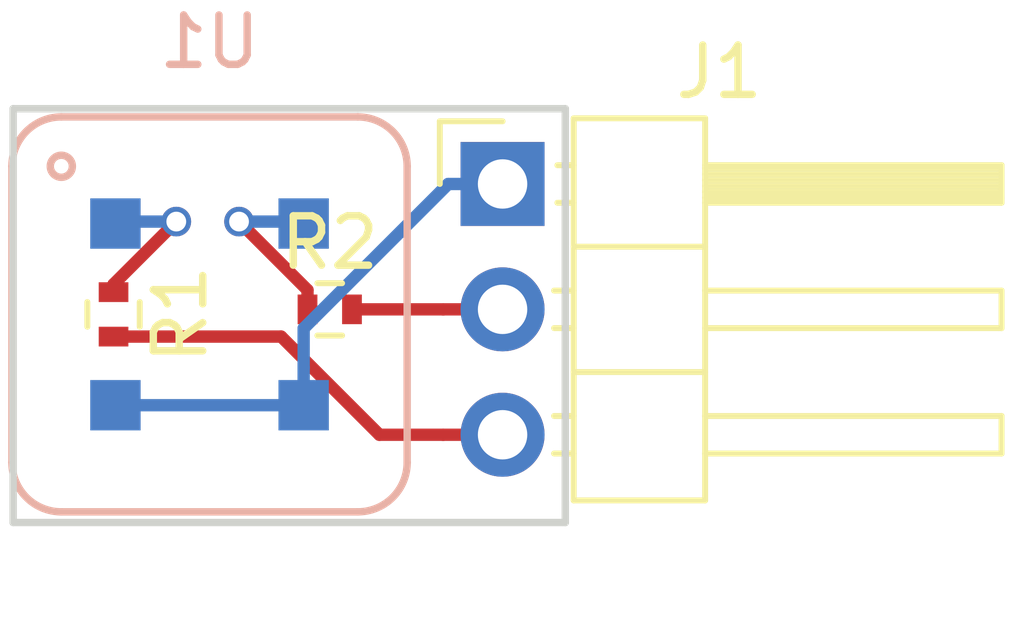
<source format=kicad_pcb>
(kicad_pcb (version 4) (host pcbnew 4.0.7-e2-6376~58~ubuntu16.04.1)

  (general
    (links 6)
    (no_connects 0)
    (area 144.133 98.5086 165.207001 111.5986)
    (thickness 1.6)
    (drawings 4)
    (tracks 21)
    (zones 0)
    (modules 4)
    (nets 6)
  )

  (page A4)
  (layers
    (0 F.Cu signal)
    (31 B.Cu signal)
    (32 B.Adhes user)
    (33 F.Adhes user)
    (34 B.Paste user)
    (35 F.Paste user)
    (36 B.SilkS user)
    (37 F.SilkS user)
    (38 B.Mask user)
    (39 F.Mask user)
    (40 Dwgs.User user)
    (41 Cmts.User user)
    (42 Eco1.User user)
    (43 Eco2.User user)
    (44 Edge.Cuts user)
    (45 Margin user)
    (46 B.CrtYd user)
    (47 F.CrtYd user)
    (48 B.Fab user)
    (49 F.Fab user)
  )

  (setup
    (last_trace_width 0.25)
    (trace_clearance 0.2)
    (zone_clearance 0.508)
    (zone_45_only no)
    (trace_min 0.2)
    (segment_width 0.2)
    (edge_width 0.15)
    (via_size 0.6)
    (via_drill 0.4)
    (via_min_size 0.4)
    (via_min_drill 0.3)
    (uvia_size 0.3)
    (uvia_drill 0.1)
    (uvias_allowed no)
    (uvia_min_size 0.2)
    (uvia_min_drill 0.1)
    (pcb_text_width 0.3)
    (pcb_text_size 1.5 1.5)
    (mod_edge_width 0.15)
    (mod_text_size 1 1)
    (mod_text_width 0.15)
    (pad_size 1.524 1.524)
    (pad_drill 0.762)
    (pad_to_mask_clearance 0.2)
    (aux_axis_origin 0 0)
    (visible_elements FFFFFF7F)
    (pcbplotparams
      (layerselection 0x3ffff_80000001)
      (usegerberextensions false)
      (excludeedgelayer true)
      (linewidth 0.100000)
      (plotframeref false)
      (viasonmask false)
      (mode 1)
      (useauxorigin false)
      (hpglpennumber 1)
      (hpglpenspeed 20)
      (hpglpendiameter 15)
      (hpglpenoverlay 2)
      (psnegative false)
      (psa4output false)
      (plotreference true)
      (plotvalue true)
      (plotinvisibletext false)
      (padsonsilk false)
      (subtractmaskfromsilk false)
      (outputformat 1)
      (mirror false)
      (drillshape 0)
      (scaleselection 1)
      (outputdirectory IRBoardGerber/))
  )

  (net 0 "")
  (net 1 GND)
  (net 2 +3V3)
  (net 3 /VOutIR)
  (net 4 "Net-(R1-Pad1)")
  (net 5 "Net-(R2-Pad1)")

  (net_class Default "This is the default net class."
    (clearance 0.2)
    (trace_width 0.25)
    (via_dia 0.6)
    (via_drill 0.4)
    (uvia_dia 0.3)
    (uvia_drill 0.1)
    (add_net +3V3)
    (add_net /VOutIR)
    (add_net GND)
    (add_net "Net-(R1-Pad1)")
    (add_net "Net-(R2-Pad1)")
  )

  (module Pin_Headers:Pin_Header_Angled_1x03_Pitch2.54mm (layer F.Cu) (tedit 59650532) (tstamp 5AD36814)
    (at 154.432 102.362)
    (descr "Through hole angled pin header, 1x03, 2.54mm pitch, 6mm pin length, single row")
    (tags "Through hole angled pin header THT 1x03 2.54mm single row")
    (path /5AD3BC2B)
    (fp_text reference J1 (at 4.385 -2.27) (layer F.SilkS)
      (effects (font (size 1 1) (thickness 0.15)))
    )
    (fp_text value Conn_01x03 (at 4.385 7.35) (layer F.Fab)
      (effects (font (size 1 1) (thickness 0.15)))
    )
    (fp_line (start 2.135 -1.27) (end 4.04 -1.27) (layer F.Fab) (width 0.1))
    (fp_line (start 4.04 -1.27) (end 4.04 6.35) (layer F.Fab) (width 0.1))
    (fp_line (start 4.04 6.35) (end 1.5 6.35) (layer F.Fab) (width 0.1))
    (fp_line (start 1.5 6.35) (end 1.5 -0.635) (layer F.Fab) (width 0.1))
    (fp_line (start 1.5 -0.635) (end 2.135 -1.27) (layer F.Fab) (width 0.1))
    (fp_line (start -0.32 -0.32) (end 1.5 -0.32) (layer F.Fab) (width 0.1))
    (fp_line (start -0.32 -0.32) (end -0.32 0.32) (layer F.Fab) (width 0.1))
    (fp_line (start -0.32 0.32) (end 1.5 0.32) (layer F.Fab) (width 0.1))
    (fp_line (start 4.04 -0.32) (end 10.04 -0.32) (layer F.Fab) (width 0.1))
    (fp_line (start 10.04 -0.32) (end 10.04 0.32) (layer F.Fab) (width 0.1))
    (fp_line (start 4.04 0.32) (end 10.04 0.32) (layer F.Fab) (width 0.1))
    (fp_line (start -0.32 2.22) (end 1.5 2.22) (layer F.Fab) (width 0.1))
    (fp_line (start -0.32 2.22) (end -0.32 2.86) (layer F.Fab) (width 0.1))
    (fp_line (start -0.32 2.86) (end 1.5 2.86) (layer F.Fab) (width 0.1))
    (fp_line (start 4.04 2.22) (end 10.04 2.22) (layer F.Fab) (width 0.1))
    (fp_line (start 10.04 2.22) (end 10.04 2.86) (layer F.Fab) (width 0.1))
    (fp_line (start 4.04 2.86) (end 10.04 2.86) (layer F.Fab) (width 0.1))
    (fp_line (start -0.32 4.76) (end 1.5 4.76) (layer F.Fab) (width 0.1))
    (fp_line (start -0.32 4.76) (end -0.32 5.4) (layer F.Fab) (width 0.1))
    (fp_line (start -0.32 5.4) (end 1.5 5.4) (layer F.Fab) (width 0.1))
    (fp_line (start 4.04 4.76) (end 10.04 4.76) (layer F.Fab) (width 0.1))
    (fp_line (start 10.04 4.76) (end 10.04 5.4) (layer F.Fab) (width 0.1))
    (fp_line (start 4.04 5.4) (end 10.04 5.4) (layer F.Fab) (width 0.1))
    (fp_line (start 1.44 -1.33) (end 1.44 6.41) (layer F.SilkS) (width 0.12))
    (fp_line (start 1.44 6.41) (end 4.1 6.41) (layer F.SilkS) (width 0.12))
    (fp_line (start 4.1 6.41) (end 4.1 -1.33) (layer F.SilkS) (width 0.12))
    (fp_line (start 4.1 -1.33) (end 1.44 -1.33) (layer F.SilkS) (width 0.12))
    (fp_line (start 4.1 -0.38) (end 10.1 -0.38) (layer F.SilkS) (width 0.12))
    (fp_line (start 10.1 -0.38) (end 10.1 0.38) (layer F.SilkS) (width 0.12))
    (fp_line (start 10.1 0.38) (end 4.1 0.38) (layer F.SilkS) (width 0.12))
    (fp_line (start 4.1 -0.32) (end 10.1 -0.32) (layer F.SilkS) (width 0.12))
    (fp_line (start 4.1 -0.2) (end 10.1 -0.2) (layer F.SilkS) (width 0.12))
    (fp_line (start 4.1 -0.08) (end 10.1 -0.08) (layer F.SilkS) (width 0.12))
    (fp_line (start 4.1 0.04) (end 10.1 0.04) (layer F.SilkS) (width 0.12))
    (fp_line (start 4.1 0.16) (end 10.1 0.16) (layer F.SilkS) (width 0.12))
    (fp_line (start 4.1 0.28) (end 10.1 0.28) (layer F.SilkS) (width 0.12))
    (fp_line (start 1.11 -0.38) (end 1.44 -0.38) (layer F.SilkS) (width 0.12))
    (fp_line (start 1.11 0.38) (end 1.44 0.38) (layer F.SilkS) (width 0.12))
    (fp_line (start 1.44 1.27) (end 4.1 1.27) (layer F.SilkS) (width 0.12))
    (fp_line (start 4.1 2.16) (end 10.1 2.16) (layer F.SilkS) (width 0.12))
    (fp_line (start 10.1 2.16) (end 10.1 2.92) (layer F.SilkS) (width 0.12))
    (fp_line (start 10.1 2.92) (end 4.1 2.92) (layer F.SilkS) (width 0.12))
    (fp_line (start 1.042929 2.16) (end 1.44 2.16) (layer F.SilkS) (width 0.12))
    (fp_line (start 1.042929 2.92) (end 1.44 2.92) (layer F.SilkS) (width 0.12))
    (fp_line (start 1.44 3.81) (end 4.1 3.81) (layer F.SilkS) (width 0.12))
    (fp_line (start 4.1 4.7) (end 10.1 4.7) (layer F.SilkS) (width 0.12))
    (fp_line (start 10.1 4.7) (end 10.1 5.46) (layer F.SilkS) (width 0.12))
    (fp_line (start 10.1 5.46) (end 4.1 5.46) (layer F.SilkS) (width 0.12))
    (fp_line (start 1.042929 4.7) (end 1.44 4.7) (layer F.SilkS) (width 0.12))
    (fp_line (start 1.042929 5.46) (end 1.44 5.46) (layer F.SilkS) (width 0.12))
    (fp_line (start -1.27 0) (end -1.27 -1.27) (layer F.SilkS) (width 0.12))
    (fp_line (start -1.27 -1.27) (end 0 -1.27) (layer F.SilkS) (width 0.12))
    (fp_line (start -1.8 -1.8) (end -1.8 6.85) (layer F.CrtYd) (width 0.05))
    (fp_line (start -1.8 6.85) (end 10.55 6.85) (layer F.CrtYd) (width 0.05))
    (fp_line (start 10.55 6.85) (end 10.55 -1.8) (layer F.CrtYd) (width 0.05))
    (fp_line (start 10.55 -1.8) (end -1.8 -1.8) (layer F.CrtYd) (width 0.05))
    (fp_text user %R (at 2.77 2.54 90) (layer F.Fab)
      (effects (font (size 1 1) (thickness 0.15)))
    )
    (pad 1 thru_hole rect (at 0 0) (size 1.7 1.7) (drill 1) (layers *.Cu *.Mask)
      (net 1 GND))
    (pad 2 thru_hole oval (at 0 2.54) (size 1.7 1.7) (drill 1) (layers *.Cu *.Mask)
      (net 2 +3V3))
    (pad 3 thru_hole oval (at 0 5.08) (size 1.7 1.7) (drill 1) (layers *.Cu *.Mask)
      (net 3 /VOutIR))
    (model ${KISYS3DMOD}/Pin_Headers.3dshapes/Pin_Header_Angled_1x03_Pitch2.54mm.wrl
      (at (xyz 0 0 0))
      (scale (xyz 1 1 1))
      (rotate (xyz 0 0 0))
    )
  )

  (module Resistors_SMD:R_0402 (layer F.Cu) (tedit 58E0A804) (tstamp 5AD3681A)
    (at 146.558 105.0036 270)
    (descr "Resistor SMD 0402, reflow soldering, Vishay (see dcrcw.pdf)")
    (tags "resistor 0402")
    (path /5AD3BB05)
    (attr smd)
    (fp_text reference R1 (at 0 -1.35 270) (layer F.SilkS)
      (effects (font (size 1 1) (thickness 0.15)))
    )
    (fp_text value 30k (at 0 1.45 270) (layer F.Fab)
      (effects (font (size 1 1) (thickness 0.15)))
    )
    (fp_text user %R (at 0 -1.35 270) (layer F.Fab)
      (effects (font (size 1 1) (thickness 0.15)))
    )
    (fp_line (start -0.5 0.25) (end -0.5 -0.25) (layer F.Fab) (width 0.1))
    (fp_line (start 0.5 0.25) (end -0.5 0.25) (layer F.Fab) (width 0.1))
    (fp_line (start 0.5 -0.25) (end 0.5 0.25) (layer F.Fab) (width 0.1))
    (fp_line (start -0.5 -0.25) (end 0.5 -0.25) (layer F.Fab) (width 0.1))
    (fp_line (start 0.25 -0.53) (end -0.25 -0.53) (layer F.SilkS) (width 0.12))
    (fp_line (start -0.25 0.53) (end 0.25 0.53) (layer F.SilkS) (width 0.12))
    (fp_line (start -0.8 -0.45) (end 0.8 -0.45) (layer F.CrtYd) (width 0.05))
    (fp_line (start -0.8 -0.45) (end -0.8 0.45) (layer F.CrtYd) (width 0.05))
    (fp_line (start 0.8 0.45) (end 0.8 -0.45) (layer F.CrtYd) (width 0.05))
    (fp_line (start 0.8 0.45) (end -0.8 0.45) (layer F.CrtYd) (width 0.05))
    (pad 1 smd rect (at -0.45 0 270) (size 0.4 0.6) (layers F.Cu F.Paste F.Mask)
      (net 4 "Net-(R1-Pad1)"))
    (pad 2 smd rect (at 0.45 0 270) (size 0.4 0.6) (layers F.Cu F.Paste F.Mask)
      (net 3 /VOutIR))
    (model ${KISYS3DMOD}/Resistors_SMD.3dshapes/R_0402.wrl
      (at (xyz 0 0 0))
      (scale (xyz 1 1 1))
      (rotate (xyz 0 0 0))
    )
  )

  (module Resistors_SMD:R_0402 (layer F.Cu) (tedit 58E0A804) (tstamp 5AD36820)
    (at 150.934 104.902)
    (descr "Resistor SMD 0402, reflow soldering, Vishay (see dcrcw.pdf)")
    (tags "resistor 0402")
    (path /5AD3BB35)
    (attr smd)
    (fp_text reference R2 (at 0 -1.35) (layer F.SilkS)
      (effects (font (size 1 1) (thickness 0.15)))
    )
    (fp_text value 36 (at 0 1.45) (layer F.Fab)
      (effects (font (size 1 1) (thickness 0.15)))
    )
    (fp_text user %R (at 0 -1.35) (layer F.Fab)
      (effects (font (size 1 1) (thickness 0.15)))
    )
    (fp_line (start -0.5 0.25) (end -0.5 -0.25) (layer F.Fab) (width 0.1))
    (fp_line (start 0.5 0.25) (end -0.5 0.25) (layer F.Fab) (width 0.1))
    (fp_line (start 0.5 -0.25) (end 0.5 0.25) (layer F.Fab) (width 0.1))
    (fp_line (start -0.5 -0.25) (end 0.5 -0.25) (layer F.Fab) (width 0.1))
    (fp_line (start 0.25 -0.53) (end -0.25 -0.53) (layer F.SilkS) (width 0.12))
    (fp_line (start -0.25 0.53) (end 0.25 0.53) (layer F.SilkS) (width 0.12))
    (fp_line (start -0.8 -0.45) (end 0.8 -0.45) (layer F.CrtYd) (width 0.05))
    (fp_line (start -0.8 -0.45) (end -0.8 0.45) (layer F.CrtYd) (width 0.05))
    (fp_line (start 0.8 0.45) (end 0.8 -0.45) (layer F.CrtYd) (width 0.05))
    (fp_line (start 0.8 0.45) (end -0.8 0.45) (layer F.CrtYd) (width 0.05))
    (pad 1 smd rect (at -0.45 0) (size 0.4 0.6) (layers F.Cu F.Paste F.Mask)
      (net 5 "Net-(R2-Pad1)"))
    (pad 2 smd rect (at 0.45 0) (size 0.4 0.6) (layers F.Cu F.Paste F.Mask)
      (net 2 +3V3))
    (model ${KISYS3DMOD}/Resistors_SMD.3dshapes/R_0402.wrl
      (at (xyz 0 0 0))
      (scale (xyz 1 1 1))
      (rotate (xyz 0 0 0))
    )
  )

  (module Custom:OPB733TR (layer B.Cu) (tedit 5A9B49B9) (tstamp 5AD36828)
    (at 148.5011 105.0036)
    (descr http://www.ttelectronics.com/sites/default/files/download-files/OPB733TR.pdf)
    (tags "IR Sensor SMD")
    (path /5AD3BA08)
    (fp_text reference U1 (at 0 -5.52) (layer B.SilkS)
      (effects (font (size 1 1) (thickness 0.15)) (justify mirror))
    )
    (fp_text value OPB733TR (at 0 5.52) (layer B.Fab)
      (effects (font (size 1 1) (thickness 0.15)) (justify mirror))
    )
    (fp_line (start -3 -4) (end 3 -4) (layer B.SilkS) (width 0.15))
    (fp_line (start -4 3) (end -4 -3) (layer B.SilkS) (width 0.15))
    (fp_arc (start -3 -3) (end -3 -4) (angle -90) (layer B.SilkS) (width 0.15))
    (fp_line (start 4 3) (end 4 -3) (layer B.SilkS) (width 0.15))
    (fp_line (start -3 4) (end 3 4) (layer B.SilkS) (width 0.15))
    (fp_arc (start 3 -3) (end 4 -3) (angle -90) (layer B.SilkS) (width 0.15))
    (fp_arc (start 3 3) (end 3 4) (angle -90) (layer B.SilkS) (width 0.15))
    (fp_arc (start -3 3) (end -4 3) (angle -90) (layer B.SilkS) (width 0.15))
    (fp_circle (center -3 -3) (end -2.8 -3.1) (layer B.SilkS) (width 0.15))
    (pad 3 smd rect (at 1.905 1.84) (size 1.02 1.02) (layers B.Cu B.Paste B.Mask)
      (net 1 GND))
    (pad 4 smd rect (at -1.905 1.84) (size 1.02 1.02) (layers B.Cu B.Paste B.Mask)
      (net 1 GND))
    (pad 2 smd rect (at 1.905 -1.84) (size 1.02 1.02) (layers B.Cu B.Paste B.Mask)
      (net 5 "Net-(R2-Pad1)"))
    (pad 1 smd rect (at -1.905 -1.84) (size 1.02 1.02) (layers B.Cu B.Paste B.Mask)
      (net 4 "Net-(R1-Pad1)"))
  )

  (gr_line (start 155.702 100.838) (end 144.526 100.838) (layer Edge.Cuts) (width 0.15))
  (gr_line (start 155.702 109.22) (end 155.702 100.838) (layer Edge.Cuts) (width 0.15))
  (gr_line (start 144.526 109.22) (end 155.702 109.22) (layer Edge.Cuts) (width 0.15))
  (gr_line (start 144.526 100.838) (end 144.526 109.22) (layer Edge.Cuts) (width 0.15))

  (segment (start 146.5961 106.8436) (end 150.4061 106.8436) (width 0.25) (layer B.Cu) (net 1))
  (segment (start 154.432 102.362) (end 153.332 102.362) (width 0.25) (layer B.Cu) (net 1))
  (segment (start 153.332 102.362) (end 150.4061 105.2879) (width 0.25) (layer B.Cu) (net 1))
  (segment (start 150.4061 105.2879) (end 150.4061 106.0836) (width 0.25) (layer B.Cu) (net 1))
  (segment (start 150.4061 106.0836) (end 150.4061 106.8436) (width 0.25) (layer B.Cu) (net 1))
  (segment (start 154.432 104.902) (end 153.229919 104.902) (width 0.25) (layer F.Cu) (net 2))
  (segment (start 153.229919 104.902) (end 151.384 104.902) (width 0.25) (layer F.Cu) (net 2))
  (segment (start 146.558 105.4536) (end 149.950598 105.4536) (width 0.25) (layer F.Cu) (net 3))
  (segment (start 151.938998 107.442) (end 153.229919 107.442) (width 0.25) (layer F.Cu) (net 3))
  (segment (start 149.950598 105.4536) (end 151.938998 107.442) (width 0.25) (layer F.Cu) (net 3))
  (segment (start 153.229919 107.442) (end 154.432 107.442) (width 0.25) (layer F.Cu) (net 3))
  (segment (start 147.828 103.124) (end 146.6357 103.124) (width 0.25) (layer B.Cu) (net 4))
  (segment (start 146.6357 103.124) (end 146.5961 103.1636) (width 0.25) (layer B.Cu) (net 4))
  (segment (start 146.558 104.5536) (end 146.558 104.394) (width 0.25) (layer F.Cu) (net 4))
  (via (at 147.828 103.124) (size 0.6) (drill 0.4) (layers F.Cu B.Cu) (net 4))
  (segment (start 146.558 104.394) (end 147.828 103.124) (width 0.25) (layer F.Cu) (net 4))
  (segment (start 149.098 103.124) (end 150.3665 103.124) (width 0.25) (layer B.Cu) (net 5))
  (segment (start 150.3665 103.124) (end 150.4061 103.1636) (width 0.25) (layer B.Cu) (net 5))
  (segment (start 150.484 104.902) (end 150.484 104.51) (width 0.25) (layer F.Cu) (net 5))
  (segment (start 150.484 104.51) (end 149.098 103.124) (width 0.25) (layer F.Cu) (net 5))
  (via (at 149.098 103.124) (size 0.6) (drill 0.4) (layers F.Cu B.Cu) (net 5))

)

</source>
